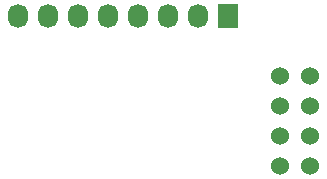
<source format=gbs>
G04 #@! TF.FileFunction,Soldermask,Bot*
%FSLAX46Y46*%
G04 Gerber Fmt 4.6, Leading zero omitted, Abs format (unit mm)*
G04 Created by KiCad (PCBNEW (2015-11-17 BZR 6321)-product) date Tue 01 Dec 2015 12:21:10 PM PST*
%MOMM*%
G01*
G04 APERTURE LIST*
%ADD10C,0.152400*%
%ADD11C,1.524000*%
%ADD12R,1.727200X2.032000*%
%ADD13O,1.727200X2.032000*%
G04 APERTURE END LIST*
D10*
D11*
X177800000Y-111760000D03*
X177800000Y-109220000D03*
X177800000Y-106680000D03*
X177800000Y-104140000D03*
X175260000Y-104140000D03*
X175260000Y-106680000D03*
X175260000Y-109220000D03*
X175260000Y-111760000D03*
D12*
X170815000Y-99060000D03*
D13*
X168275000Y-99060000D03*
X165735000Y-99060000D03*
X163195000Y-99060000D03*
X160655000Y-99060000D03*
X158115000Y-99060000D03*
X155575000Y-99060000D03*
X153035000Y-99060000D03*
M02*

</source>
